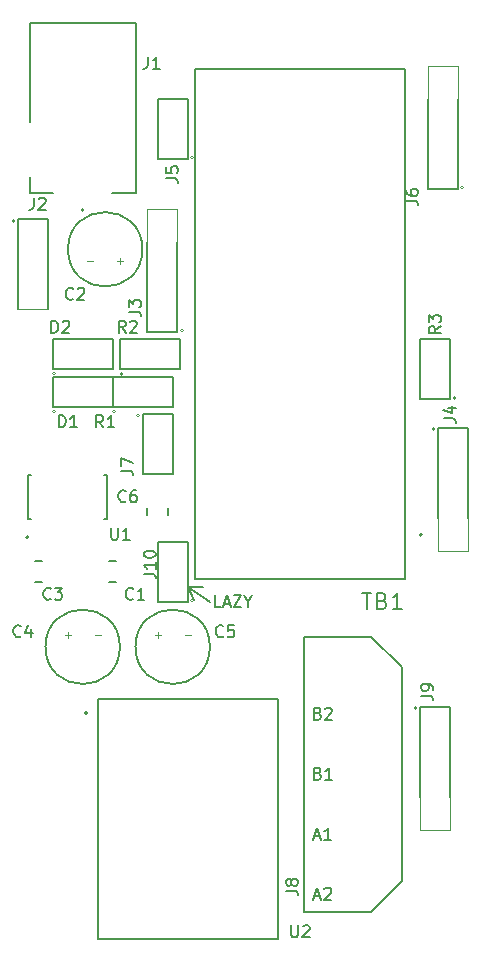
<source format=gbr>
%TF.GenerationSoftware,KiCad,Pcbnew,6.0.0*%
%TF.CreationDate,2022-01-29T03:06:04+03:00*%
%TF.ProjectId,pump,70756d70-2e6b-4696-9361-645f70636258,rev?*%
%TF.SameCoordinates,Original*%
%TF.FileFunction,Legend,Top*%
%TF.FilePolarity,Positive*%
%FSLAX46Y46*%
G04 Gerber Fmt 4.6, Leading zero omitted, Abs format (unit mm)*
G04 Created by KiCad (PCBNEW 6.0.0) date 2022-01-29 03:06:04*
%MOMM*%
%LPD*%
G01*
G04 APERTURE LIST*
%ADD10C,0.150000*%
%ADD11C,0.127000*%
%ADD12C,0.120000*%
%ADD13C,0.200000*%
G04 APERTURE END LIST*
D10*
X118030714Y-104306666D02*
X118506904Y-104306666D01*
X117935476Y-104592380D02*
X118268809Y-103592380D01*
X118602142Y-104592380D01*
X118887857Y-103687619D02*
X118935476Y-103640000D01*
X119030714Y-103592380D01*
X119268809Y-103592380D01*
X119364047Y-103640000D01*
X119411666Y-103687619D01*
X119459285Y-103782857D01*
X119459285Y-103878095D01*
X119411666Y-104020952D01*
X118840238Y-104592380D01*
X119459285Y-104592380D01*
X118030714Y-99226666D02*
X118506904Y-99226666D01*
X117935476Y-99512380D02*
X118268809Y-98512380D01*
X118602142Y-99512380D01*
X119459285Y-99512380D02*
X118887857Y-99512380D01*
X119173571Y-99512380D02*
X119173571Y-98512380D01*
X119078333Y-98655238D01*
X118983095Y-98750476D01*
X118887857Y-98798095D01*
X118340238Y-93908571D02*
X118483095Y-93956190D01*
X118530714Y-94003809D01*
X118578333Y-94099047D01*
X118578333Y-94241904D01*
X118530714Y-94337142D01*
X118483095Y-94384761D01*
X118387857Y-94432380D01*
X118006904Y-94432380D01*
X118006904Y-93432380D01*
X118340238Y-93432380D01*
X118435476Y-93480000D01*
X118483095Y-93527619D01*
X118530714Y-93622857D01*
X118530714Y-93718095D01*
X118483095Y-93813333D01*
X118435476Y-93860952D01*
X118340238Y-93908571D01*
X118006904Y-93908571D01*
X119530714Y-94432380D02*
X118959285Y-94432380D01*
X119245000Y-94432380D02*
X119245000Y-93432380D01*
X119149761Y-93575238D01*
X119054523Y-93670476D01*
X118959285Y-93718095D01*
X118340238Y-88828571D02*
X118483095Y-88876190D01*
X118530714Y-88923809D01*
X118578333Y-89019047D01*
X118578333Y-89161904D01*
X118530714Y-89257142D01*
X118483095Y-89304761D01*
X118387857Y-89352380D01*
X118006904Y-89352380D01*
X118006904Y-88352380D01*
X118340238Y-88352380D01*
X118435476Y-88400000D01*
X118483095Y-88447619D01*
X118530714Y-88542857D01*
X118530714Y-88638095D01*
X118483095Y-88733333D01*
X118435476Y-88780952D01*
X118340238Y-88828571D01*
X118006904Y-88828571D01*
X118959285Y-88447619D02*
X119006904Y-88400000D01*
X119102142Y-88352380D01*
X119340238Y-88352380D01*
X119435476Y-88400000D01*
X119483095Y-88447619D01*
X119530714Y-88542857D01*
X119530714Y-88638095D01*
X119483095Y-88780952D01*
X118911666Y-89352380D01*
X119530714Y-89352380D01*
X107315000Y-78105000D02*
X107823000Y-79248000D01*
X107315000Y-78105000D02*
X108585000Y-78105000D01*
X109220000Y-79375000D02*
X107315000Y-78105000D01*
X110101190Y-79827380D02*
X109625000Y-79827380D01*
X109625000Y-78827380D01*
X110386904Y-79541666D02*
X110863095Y-79541666D01*
X110291666Y-79827380D02*
X110625000Y-78827380D01*
X110958333Y-79827380D01*
X111196428Y-78827380D02*
X111863095Y-78827380D01*
X111196428Y-79827380D01*
X111863095Y-79827380D01*
X112434523Y-79351190D02*
X112434523Y-79827380D01*
X112101190Y-78827380D02*
X112434523Y-79351190D01*
X112767857Y-78827380D01*
%TO.C,J10*%
X103592380Y-77009523D02*
X104306666Y-77009523D01*
X104449523Y-77057142D01*
X104544761Y-77152380D01*
X104592380Y-77295238D01*
X104592380Y-77390476D01*
X104592380Y-76009523D02*
X104592380Y-76580952D01*
X104592380Y-76295238D02*
X103592380Y-76295238D01*
X103735238Y-76390476D01*
X103830476Y-76485714D01*
X103878095Y-76580952D01*
X103592380Y-75390476D02*
X103592380Y-75295238D01*
X103640000Y-75200000D01*
X103687619Y-75152380D01*
X103782857Y-75104761D01*
X103973333Y-75057142D01*
X104211428Y-75057142D01*
X104401904Y-75104761D01*
X104497142Y-75152380D01*
X104544761Y-75200000D01*
X104592380Y-75295238D01*
X104592380Y-75390476D01*
X104544761Y-75485714D01*
X104497142Y-75533333D01*
X104401904Y-75580952D01*
X104211428Y-75628571D01*
X103973333Y-75628571D01*
X103782857Y-75580952D01*
X103687619Y-75533333D01*
X103640000Y-75485714D01*
X103592380Y-75390476D01*
%TO.C,J1*%
X103933666Y-33234380D02*
X103933666Y-33948666D01*
X103886047Y-34091523D01*
X103790809Y-34186761D01*
X103647952Y-34234380D01*
X103552714Y-34234380D01*
X104933666Y-34234380D02*
X104362238Y-34234380D01*
X104647952Y-34234380D02*
X104647952Y-33234380D01*
X104552714Y-33377238D01*
X104457476Y-33472476D01*
X104362238Y-33520095D01*
%TO.C,R3*%
X128722380Y-56046666D02*
X128246190Y-56380000D01*
X128722380Y-56618095D02*
X127722380Y-56618095D01*
X127722380Y-56237142D01*
X127770000Y-56141904D01*
X127817619Y-56094285D01*
X127912857Y-56046666D01*
X128055714Y-56046666D01*
X128150952Y-56094285D01*
X128198571Y-56141904D01*
X128246190Y-56237142D01*
X128246190Y-56618095D01*
X127722380Y-55713333D02*
X127722380Y-55094285D01*
X128103333Y-55427619D01*
X128103333Y-55284761D01*
X128150952Y-55189523D01*
X128198571Y-55141904D01*
X128293809Y-55094285D01*
X128531904Y-55094285D01*
X128627142Y-55141904D01*
X128674761Y-55189523D01*
X128722380Y-55284761D01*
X128722380Y-55570476D01*
X128674761Y-55665714D01*
X128627142Y-55713333D01*
%TO.C,R2*%
X102068333Y-56586380D02*
X101735000Y-56110190D01*
X101496904Y-56586380D02*
X101496904Y-55586380D01*
X101877857Y-55586380D01*
X101973095Y-55634000D01*
X102020714Y-55681619D01*
X102068333Y-55776857D01*
X102068333Y-55919714D01*
X102020714Y-56014952D01*
X101973095Y-56062571D01*
X101877857Y-56110190D01*
X101496904Y-56110190D01*
X102449285Y-55681619D02*
X102496904Y-55634000D01*
X102592142Y-55586380D01*
X102830238Y-55586380D01*
X102925476Y-55634000D01*
X102973095Y-55681619D01*
X103020714Y-55776857D01*
X103020714Y-55872095D01*
X102973095Y-56014952D01*
X102401666Y-56586380D01*
X103020714Y-56586380D01*
%TO.C,R1*%
X100163333Y-64587380D02*
X99830000Y-64111190D01*
X99591904Y-64587380D02*
X99591904Y-63587380D01*
X99972857Y-63587380D01*
X100068095Y-63635000D01*
X100115714Y-63682619D01*
X100163333Y-63777857D01*
X100163333Y-63920714D01*
X100115714Y-64015952D01*
X100068095Y-64063571D01*
X99972857Y-64111190D01*
X99591904Y-64111190D01*
X101115714Y-64587380D02*
X100544285Y-64587380D01*
X100830000Y-64587380D02*
X100830000Y-63587380D01*
X100734761Y-63730238D01*
X100639523Y-63825476D01*
X100544285Y-63873095D01*
%TO.C,D2*%
X95781904Y-56586380D02*
X95781904Y-55586380D01*
X96020000Y-55586380D01*
X96162857Y-55634000D01*
X96258095Y-55729238D01*
X96305714Y-55824476D01*
X96353333Y-56014952D01*
X96353333Y-56157809D01*
X96305714Y-56348285D01*
X96258095Y-56443523D01*
X96162857Y-56538761D01*
X96020000Y-56586380D01*
X95781904Y-56586380D01*
X96734285Y-55681619D02*
X96781904Y-55634000D01*
X96877142Y-55586380D01*
X97115238Y-55586380D01*
X97210476Y-55634000D01*
X97258095Y-55681619D01*
X97305714Y-55776857D01*
X97305714Y-55872095D01*
X97258095Y-56014952D01*
X96686666Y-56586380D01*
X97305714Y-56586380D01*
%TO.C,D1*%
X96416904Y-64587380D02*
X96416904Y-63587380D01*
X96655000Y-63587380D01*
X96797857Y-63635000D01*
X96893095Y-63730238D01*
X96940714Y-63825476D01*
X96988333Y-64015952D01*
X96988333Y-64158809D01*
X96940714Y-64349285D01*
X96893095Y-64444523D01*
X96797857Y-64539761D01*
X96655000Y-64587380D01*
X96416904Y-64587380D01*
X97940714Y-64587380D02*
X97369285Y-64587380D01*
X97655000Y-64587380D02*
X97655000Y-63587380D01*
X97559761Y-63730238D01*
X97464523Y-63825476D01*
X97369285Y-63873095D01*
%TO.C,U2*%
X116078095Y-106767380D02*
X116078095Y-107576904D01*
X116125714Y-107672142D01*
X116173333Y-107719761D01*
X116268571Y-107767380D01*
X116459047Y-107767380D01*
X116554285Y-107719761D01*
X116601904Y-107672142D01*
X116649523Y-107576904D01*
X116649523Y-106767380D01*
X117078095Y-106862619D02*
X117125714Y-106815000D01*
X117220952Y-106767380D01*
X117459047Y-106767380D01*
X117554285Y-106815000D01*
X117601904Y-106862619D01*
X117649523Y-106957857D01*
X117649523Y-107053095D01*
X117601904Y-107195952D01*
X117030476Y-107767380D01*
X117649523Y-107767380D01*
%TO.C,U1*%
X100838095Y-73112380D02*
X100838095Y-73921904D01*
X100885714Y-74017142D01*
X100933333Y-74064761D01*
X101028571Y-74112380D01*
X101219047Y-74112380D01*
X101314285Y-74064761D01*
X101361904Y-74017142D01*
X101409523Y-73921904D01*
X101409523Y-73112380D01*
X102409523Y-74112380D02*
X101838095Y-74112380D01*
X102123809Y-74112380D02*
X102123809Y-73112380D01*
X102028571Y-73255238D01*
X101933333Y-73350476D01*
X101838095Y-73398095D01*
%TO.C,TB1*%
X122058333Y-78608333D02*
X122858333Y-78608333D01*
X122458333Y-80008333D02*
X122458333Y-78608333D01*
X123791666Y-79275000D02*
X123991666Y-79341666D01*
X124058333Y-79408333D01*
X124125000Y-79541666D01*
X124125000Y-79741666D01*
X124058333Y-79875000D01*
X123991666Y-79941666D01*
X123858333Y-80008333D01*
X123325000Y-80008333D01*
X123325000Y-78608333D01*
X123791666Y-78608333D01*
X123925000Y-78675000D01*
X123991666Y-78741666D01*
X124058333Y-78875000D01*
X124058333Y-79008333D01*
X123991666Y-79141666D01*
X123925000Y-79208333D01*
X123791666Y-79275000D01*
X123325000Y-79275000D01*
X125458333Y-80008333D02*
X124658333Y-80008333D01*
X125058333Y-80008333D02*
X125058333Y-78608333D01*
X124925000Y-78808333D01*
X124791666Y-78941666D01*
X124658333Y-79008333D01*
%TO.C,J9*%
X127087380Y-87328333D02*
X127801666Y-87328333D01*
X127944523Y-87375952D01*
X128039761Y-87471190D01*
X128087380Y-87614047D01*
X128087380Y-87709285D01*
X128087380Y-86804523D02*
X128087380Y-86614047D01*
X128039761Y-86518809D01*
X127992142Y-86471190D01*
X127849285Y-86375952D01*
X127658809Y-86328333D01*
X127277857Y-86328333D01*
X127182619Y-86375952D01*
X127135000Y-86423571D01*
X127087380Y-86518809D01*
X127087380Y-86709285D01*
X127135000Y-86804523D01*
X127182619Y-86852142D01*
X127277857Y-86899761D01*
X127515952Y-86899761D01*
X127611190Y-86852142D01*
X127658809Y-86804523D01*
X127706428Y-86709285D01*
X127706428Y-86518809D01*
X127658809Y-86423571D01*
X127611190Y-86375952D01*
X127515952Y-86328333D01*
%TO.C,J8*%
X115657380Y-103838333D02*
X116371666Y-103838333D01*
X116514523Y-103885952D01*
X116609761Y-103981190D01*
X116657380Y-104124047D01*
X116657380Y-104219285D01*
X116085952Y-103219285D02*
X116038333Y-103314523D01*
X115990714Y-103362142D01*
X115895476Y-103409761D01*
X115847857Y-103409761D01*
X115752619Y-103362142D01*
X115705000Y-103314523D01*
X115657380Y-103219285D01*
X115657380Y-103028809D01*
X115705000Y-102933571D01*
X115752619Y-102885952D01*
X115847857Y-102838333D01*
X115895476Y-102838333D01*
X115990714Y-102885952D01*
X116038333Y-102933571D01*
X116085952Y-103028809D01*
X116085952Y-103219285D01*
X116133571Y-103314523D01*
X116181190Y-103362142D01*
X116276428Y-103409761D01*
X116466904Y-103409761D01*
X116562142Y-103362142D01*
X116609761Y-103314523D01*
X116657380Y-103219285D01*
X116657380Y-103028809D01*
X116609761Y-102933571D01*
X116562142Y-102885952D01*
X116466904Y-102838333D01*
X116276428Y-102838333D01*
X116181190Y-102885952D01*
X116133571Y-102933571D01*
X116085952Y-103028809D01*
%TO.C,J7*%
X101687380Y-68278333D02*
X102401666Y-68278333D01*
X102544523Y-68325952D01*
X102639761Y-68421190D01*
X102687380Y-68564047D01*
X102687380Y-68659285D01*
X101687380Y-67897380D02*
X101687380Y-67230714D01*
X102687380Y-67659285D01*
%TO.C,J6*%
X125817380Y-45418333D02*
X126531666Y-45418333D01*
X126674523Y-45465952D01*
X126769761Y-45561190D01*
X126817380Y-45704047D01*
X126817380Y-45799285D01*
X125817380Y-44513571D02*
X125817380Y-44704047D01*
X125865000Y-44799285D01*
X125912619Y-44846904D01*
X126055476Y-44942142D01*
X126245952Y-44989761D01*
X126626904Y-44989761D01*
X126722142Y-44942142D01*
X126769761Y-44894523D01*
X126817380Y-44799285D01*
X126817380Y-44608809D01*
X126769761Y-44513571D01*
X126722142Y-44465952D01*
X126626904Y-44418333D01*
X126388809Y-44418333D01*
X126293571Y-44465952D01*
X126245952Y-44513571D01*
X126198333Y-44608809D01*
X126198333Y-44799285D01*
X126245952Y-44894523D01*
X126293571Y-44942142D01*
X126388809Y-44989761D01*
%TO.C,J5*%
X105497380Y-43513333D02*
X106211666Y-43513333D01*
X106354523Y-43560952D01*
X106449761Y-43656190D01*
X106497380Y-43799047D01*
X106497380Y-43894285D01*
X105497380Y-42560952D02*
X105497380Y-43037142D01*
X105973571Y-43084761D01*
X105925952Y-43037142D01*
X105878333Y-42941904D01*
X105878333Y-42703809D01*
X105925952Y-42608571D01*
X105973571Y-42560952D01*
X106068809Y-42513333D01*
X106306904Y-42513333D01*
X106402142Y-42560952D01*
X106449761Y-42608571D01*
X106497380Y-42703809D01*
X106497380Y-42941904D01*
X106449761Y-43037142D01*
X106402142Y-43084761D01*
%TO.C,J4*%
X128992380Y-63833333D02*
X129706666Y-63833333D01*
X129849523Y-63880952D01*
X129944761Y-63976190D01*
X129992380Y-64119047D01*
X129992380Y-64214285D01*
X129325714Y-62928571D02*
X129992380Y-62928571D01*
X128944761Y-63166666D02*
X129659047Y-63404761D01*
X129659047Y-62785714D01*
%TO.C,J3*%
X102324130Y-54816333D02*
X103038416Y-54816333D01*
X103181273Y-54863952D01*
X103276511Y-54959190D01*
X103324130Y-55102047D01*
X103324130Y-55197285D01*
X102324130Y-54435380D02*
X102324130Y-53816333D01*
X102705083Y-54149666D01*
X102705083Y-54006809D01*
X102752702Y-53911571D01*
X102800321Y-53863952D01*
X102895559Y-53816333D01*
X103133654Y-53816333D01*
X103228892Y-53863952D01*
X103276511Y-53911571D01*
X103324130Y-54006809D01*
X103324130Y-54292523D01*
X103276511Y-54387761D01*
X103228892Y-54435380D01*
%TO.C,J2*%
X94281666Y-45172380D02*
X94281666Y-45886666D01*
X94234047Y-46029523D01*
X94138809Y-46124761D01*
X93995952Y-46172380D01*
X93900714Y-46172380D01*
X94710238Y-45267619D02*
X94757857Y-45220000D01*
X94853095Y-45172380D01*
X95091190Y-45172380D01*
X95186428Y-45220000D01*
X95234047Y-45267619D01*
X95281666Y-45362857D01*
X95281666Y-45458095D01*
X95234047Y-45600952D01*
X94662619Y-46172380D01*
X95281666Y-46172380D01*
%TO.C,C6*%
X102068333Y-70842142D02*
X102020714Y-70889761D01*
X101877857Y-70937380D01*
X101782619Y-70937380D01*
X101639761Y-70889761D01*
X101544523Y-70794523D01*
X101496904Y-70699285D01*
X101449285Y-70508809D01*
X101449285Y-70365952D01*
X101496904Y-70175476D01*
X101544523Y-70080238D01*
X101639761Y-69985000D01*
X101782619Y-69937380D01*
X101877857Y-69937380D01*
X102020714Y-69985000D01*
X102068333Y-70032619D01*
X102925476Y-69937380D02*
X102735000Y-69937380D01*
X102639761Y-69985000D01*
X102592142Y-70032619D01*
X102496904Y-70175476D01*
X102449285Y-70365952D01*
X102449285Y-70746904D01*
X102496904Y-70842142D01*
X102544523Y-70889761D01*
X102639761Y-70937380D01*
X102830238Y-70937380D01*
X102925476Y-70889761D01*
X102973095Y-70842142D01*
X103020714Y-70746904D01*
X103020714Y-70508809D01*
X102973095Y-70413571D01*
X102925476Y-70365952D01*
X102830238Y-70318333D01*
X102639761Y-70318333D01*
X102544523Y-70365952D01*
X102496904Y-70413571D01*
X102449285Y-70508809D01*
%TO.C,C5*%
X110323333Y-82272142D02*
X110275714Y-82319761D01*
X110132857Y-82367380D01*
X110037619Y-82367380D01*
X109894761Y-82319761D01*
X109799523Y-82224523D01*
X109751904Y-82129285D01*
X109704285Y-81938809D01*
X109704285Y-81795952D01*
X109751904Y-81605476D01*
X109799523Y-81510238D01*
X109894761Y-81415000D01*
X110037619Y-81367380D01*
X110132857Y-81367380D01*
X110275714Y-81415000D01*
X110323333Y-81462619D01*
X111228095Y-81367380D02*
X110751904Y-81367380D01*
X110704285Y-81843571D01*
X110751904Y-81795952D01*
X110847142Y-81748333D01*
X111085238Y-81748333D01*
X111180476Y-81795952D01*
X111228095Y-81843571D01*
X111275714Y-81938809D01*
X111275714Y-82176904D01*
X111228095Y-82272142D01*
X111180476Y-82319761D01*
X111085238Y-82367380D01*
X110847142Y-82367380D01*
X110751904Y-82319761D01*
X110704285Y-82272142D01*
%TO.C,C4*%
X93178333Y-82272142D02*
X93130714Y-82319761D01*
X92987857Y-82367380D01*
X92892619Y-82367380D01*
X92749761Y-82319761D01*
X92654523Y-82224523D01*
X92606904Y-82129285D01*
X92559285Y-81938809D01*
X92559285Y-81795952D01*
X92606904Y-81605476D01*
X92654523Y-81510238D01*
X92749761Y-81415000D01*
X92892619Y-81367380D01*
X92987857Y-81367380D01*
X93130714Y-81415000D01*
X93178333Y-81462619D01*
X94035476Y-81700714D02*
X94035476Y-82367380D01*
X93797380Y-81319761D02*
X93559285Y-82034047D01*
X94178333Y-82034047D01*
%TO.C,C3*%
X95718333Y-79097142D02*
X95670714Y-79144761D01*
X95527857Y-79192380D01*
X95432619Y-79192380D01*
X95289761Y-79144761D01*
X95194523Y-79049523D01*
X95146904Y-78954285D01*
X95099285Y-78763809D01*
X95099285Y-78620952D01*
X95146904Y-78430476D01*
X95194523Y-78335238D01*
X95289761Y-78240000D01*
X95432619Y-78192380D01*
X95527857Y-78192380D01*
X95670714Y-78240000D01*
X95718333Y-78287619D01*
X96051666Y-78192380D02*
X96670714Y-78192380D01*
X96337380Y-78573333D01*
X96480238Y-78573333D01*
X96575476Y-78620952D01*
X96623095Y-78668571D01*
X96670714Y-78763809D01*
X96670714Y-79001904D01*
X96623095Y-79097142D01*
X96575476Y-79144761D01*
X96480238Y-79192380D01*
X96194523Y-79192380D01*
X96099285Y-79144761D01*
X96051666Y-79097142D01*
%TO.C,C2*%
X97623333Y-53697142D02*
X97575714Y-53744761D01*
X97432857Y-53792380D01*
X97337619Y-53792380D01*
X97194761Y-53744761D01*
X97099523Y-53649523D01*
X97051904Y-53554285D01*
X97004285Y-53363809D01*
X97004285Y-53220952D01*
X97051904Y-53030476D01*
X97099523Y-52935238D01*
X97194761Y-52840000D01*
X97337619Y-52792380D01*
X97432857Y-52792380D01*
X97575714Y-52840000D01*
X97623333Y-52887619D01*
X98004285Y-52887619D02*
X98051904Y-52840000D01*
X98147142Y-52792380D01*
X98385238Y-52792380D01*
X98480476Y-52840000D01*
X98528095Y-52887619D01*
X98575714Y-52982857D01*
X98575714Y-53078095D01*
X98528095Y-53220952D01*
X97956666Y-53792380D01*
X98575714Y-53792380D01*
%TO.C,C1*%
X102703333Y-79097142D02*
X102655714Y-79144761D01*
X102512857Y-79192380D01*
X102417619Y-79192380D01*
X102274761Y-79144761D01*
X102179523Y-79049523D01*
X102131904Y-78954285D01*
X102084285Y-78763809D01*
X102084285Y-78620952D01*
X102131904Y-78430476D01*
X102179523Y-78335238D01*
X102274761Y-78240000D01*
X102417619Y-78192380D01*
X102512857Y-78192380D01*
X102655714Y-78240000D01*
X102703333Y-78287619D01*
X103655714Y-79192380D02*
X103084285Y-79192380D01*
X103370000Y-79192380D02*
X103370000Y-78192380D01*
X103274761Y-78335238D01*
X103179523Y-78430476D01*
X103084285Y-78478095D01*
D11*
%TO.C,J10*%
X104775000Y-74295000D02*
X107315000Y-74295000D01*
X104775000Y-79375000D02*
X107315000Y-79375000D01*
X104775000Y-79375000D02*
X104775000Y-74295000D01*
X107315000Y-79375000D02*
X107315000Y-74295000D01*
D12*
X107823000Y-79248000D02*
G75*
G03*
X107823000Y-79248000I-127000J0D01*
G01*
D13*
%TO.C,J1*%
X98525000Y-46200000D02*
G75*
G03*
X98525000Y-46200000I-100000J0D01*
G01*
D11*
X102925000Y-44800000D02*
X100945000Y-44800000D01*
X93925000Y-38780000D02*
X93925000Y-30400000D01*
X93925000Y-30400000D02*
X102925000Y-30400000D01*
X93925000Y-44800000D02*
X93925000Y-43420000D01*
X93925000Y-44800000D02*
X95905000Y-44800000D01*
X102925000Y-30400000D02*
X102925000Y-44800000D01*
%TO.C,R3*%
X127000000Y-57150000D02*
X129540000Y-57150000D01*
X127000000Y-62230000D02*
X129540000Y-62230000D01*
X127000000Y-62230000D02*
X127000000Y-57150000D01*
X129540000Y-62230000D02*
X129540000Y-57150000D01*
D12*
X130048000Y-62103000D02*
G75*
G03*
X130048000Y-62103000I-127000J0D01*
G01*
D11*
%TO.C,R2*%
X106680000Y-57150000D02*
X106680000Y-59690000D01*
X101600000Y-57150000D02*
X101600000Y-59690000D01*
X101600000Y-57150000D02*
X106680000Y-57150000D01*
X101600000Y-59690000D02*
X106680000Y-59690000D01*
D12*
X101854000Y-60071000D02*
G75*
G03*
X101854000Y-60071000I-127000J0D01*
G01*
D11*
%TO.C,R1*%
X106045000Y-60325000D02*
X106045000Y-62865000D01*
X100965000Y-60325000D02*
X100965000Y-62865000D01*
X100965000Y-60325000D02*
X106045000Y-60325000D01*
X100965000Y-62865000D02*
X106045000Y-62865000D01*
D12*
X101219000Y-63246000D02*
G75*
G03*
X101219000Y-63246000I-127000J0D01*
G01*
D11*
%TO.C,D2*%
X100965000Y-57150000D02*
X100965000Y-59690000D01*
X95885000Y-57150000D02*
X95885000Y-59690000D01*
X95885000Y-57150000D02*
X100965000Y-57150000D01*
X95885000Y-59690000D02*
X100965000Y-59690000D01*
D12*
X96139000Y-60071000D02*
G75*
G03*
X96139000Y-60071000I-127000J0D01*
G01*
D11*
%TO.C,D1*%
X100965000Y-60325000D02*
X100965000Y-62865000D01*
X95885000Y-60325000D02*
X95885000Y-62865000D01*
X95885000Y-60325000D02*
X100965000Y-60325000D01*
X95885000Y-62865000D02*
X100965000Y-62865000D01*
D12*
X96139000Y-63246000D02*
G75*
G03*
X96139000Y-63246000I-127000J0D01*
G01*
D11*
%TO.C,U2*%
X99695000Y-87630000D02*
X114935000Y-87630000D01*
X114935000Y-107950000D02*
X99695000Y-107950000D01*
X114935000Y-87630000D02*
X114935000Y-107950000D01*
X99695000Y-107950000D02*
X99695000Y-87630000D01*
D13*
X98815000Y-88790000D02*
G75*
G03*
X98815000Y-88790000I-100000J0D01*
G01*
D11*
%TO.C,U1*%
X93795000Y-72345000D02*
X93795000Y-68625000D01*
X94055000Y-68625000D02*
X93795000Y-68625000D01*
X100515000Y-68625000D02*
X100255000Y-68625000D01*
X100265000Y-72345000D02*
X100515000Y-72345000D01*
X93795000Y-72345000D02*
X94055000Y-72345000D01*
X100515000Y-72345000D02*
X100515000Y-68625000D01*
D13*
X93826000Y-73914000D02*
G75*
G03*
X93826000Y-73914000I-100000J0D01*
G01*
D11*
%TO.C,TB1*%
X107950000Y-77470000D02*
X107950000Y-34290000D01*
X125730000Y-77470000D02*
X107950000Y-77470000D01*
X107950000Y-34290000D02*
X125730000Y-34290000D01*
X125730000Y-34290000D02*
X125730000Y-77470000D01*
D13*
X127140000Y-73680000D02*
G75*
G03*
X127140000Y-73680000I-100000J0D01*
G01*
D11*
%TO.C,J9*%
X129540000Y-93345000D02*
X129540000Y-95885000D01*
D12*
X129540000Y-98679000D02*
X129540000Y-95885000D01*
D11*
X129540000Y-88265000D02*
X127000000Y-88265000D01*
X127000000Y-93345000D02*
X127000000Y-95885000D01*
D12*
X127000000Y-95885000D02*
X127000000Y-98679000D01*
D11*
X127000000Y-88265000D02*
X127000000Y-93345000D01*
D12*
X127000000Y-98679000D02*
X129540000Y-98679000D01*
D11*
X129540000Y-88265000D02*
X129540000Y-93345000D01*
D12*
X126746000Y-88392000D02*
G75*
G03*
X126746000Y-88392000I-127000J0D01*
G01*
D11*
%TO.C,J8*%
X117145000Y-82350000D02*
X122855000Y-82350000D01*
X125425000Y-103040000D02*
X122855000Y-105610000D01*
X122855000Y-82350000D02*
X125425000Y-84920000D01*
X125425000Y-84920000D02*
X125425000Y-103040000D01*
X122855000Y-105610000D02*
X117145000Y-105610000D01*
X117145000Y-105610000D02*
X117145000Y-82350000D01*
%TO.C,J7*%
X106045000Y-68580000D02*
X103505000Y-68580000D01*
X106045000Y-63500000D02*
X103505000Y-63500000D01*
X106045000Y-63500000D02*
X106045000Y-68580000D01*
X103505000Y-63500000D02*
X103505000Y-68580000D01*
D12*
X103251000Y-63627000D02*
G75*
G03*
X103251000Y-63627000I-127000J0D01*
G01*
D11*
%TO.C,J6*%
X127635000Y-39370000D02*
X127635000Y-36830000D01*
D12*
X127635000Y-34036000D02*
X127635000Y-36830000D01*
D11*
X127635000Y-44450000D02*
X130175000Y-44450000D01*
X130175000Y-39370000D02*
X130175000Y-36830000D01*
D12*
X130175000Y-36830000D02*
X130175000Y-34036000D01*
D11*
X130175000Y-44450000D02*
X130175000Y-39370000D01*
D12*
X130175000Y-34036000D02*
X127635000Y-34036000D01*
D11*
X127635000Y-44450000D02*
X127635000Y-39370000D01*
D12*
X130683000Y-44323000D02*
G75*
G03*
X130683000Y-44323000I-127000J0D01*
G01*
D11*
%TO.C,J5*%
X104775000Y-36830000D02*
X107315000Y-36830000D01*
X104775000Y-41910000D02*
X107315000Y-41910000D01*
X104775000Y-41910000D02*
X104775000Y-36830000D01*
X107315000Y-41910000D02*
X107315000Y-36830000D01*
D12*
X107823000Y-41783000D02*
G75*
G03*
X107823000Y-41783000I-127000J0D01*
G01*
D11*
%TO.C,J4*%
X131062250Y-69724750D02*
X131062250Y-72264750D01*
D12*
X131062250Y-75058750D02*
X131062250Y-72264750D01*
D11*
X131062250Y-64644750D02*
X128522250Y-64644750D01*
X128522250Y-69724750D02*
X128522250Y-72264750D01*
D12*
X128522250Y-72264750D02*
X128522250Y-75058750D01*
D11*
X128522250Y-64644750D02*
X128522250Y-69724750D01*
D12*
X128522250Y-75058750D02*
X131062250Y-75058750D01*
D11*
X131062250Y-64644750D02*
X131062250Y-69724750D01*
D12*
X128268250Y-64771750D02*
G75*
G03*
X128268250Y-64771750I-127000J0D01*
G01*
D11*
%TO.C,J3*%
X103887750Y-51435000D02*
X103887750Y-48895000D01*
D12*
X103887750Y-46101000D02*
X103887750Y-48895000D01*
D11*
X103887750Y-56515000D02*
X106427750Y-56515000D01*
X106427750Y-51435000D02*
X106427750Y-48895000D01*
D12*
X106427750Y-48895000D02*
X106427750Y-46101000D01*
D11*
X106427750Y-56515000D02*
X106427750Y-51435000D01*
D12*
X106427750Y-46101000D02*
X103887750Y-46101000D01*
D11*
X103887750Y-56515000D02*
X103887750Y-51435000D01*
D12*
X106935750Y-56388000D02*
G75*
G03*
X106935750Y-56388000I-127000J0D01*
G01*
D11*
%TO.C,J2*%
X92962250Y-46990000D02*
X92962250Y-52070000D01*
X95502250Y-46990000D02*
X92962250Y-46990000D01*
X92962250Y-52070000D02*
X92962250Y-54610000D01*
X95502250Y-52070000D02*
X95502250Y-54610000D01*
D12*
X95502250Y-54610000D02*
X92962250Y-54610000D01*
D11*
X95502250Y-46990000D02*
X95502250Y-52070000D01*
D12*
X92708250Y-47117000D02*
G75*
G03*
X92708250Y-47117000I-127000J0D01*
G01*
D11*
%TO.C,C6*%
X105675000Y-71465000D02*
X105675000Y-72045000D01*
X103875000Y-71465000D02*
X103875000Y-72045000D01*
D12*
%TO.C,C5*%
X104775000Y-82423000D02*
X104775000Y-81915000D01*
X107569000Y-82169000D02*
X107061000Y-82169000D01*
X105029000Y-82169000D02*
X104521000Y-82169000D01*
D11*
X109195000Y-83185000D02*
G75*
G03*
X109195000Y-83185000I-3150000J0D01*
G01*
D12*
%TO.C,C4*%
X97155000Y-82423000D02*
X97155000Y-81915000D01*
X99949000Y-82169000D02*
X99441000Y-82169000D01*
X97409000Y-82169000D02*
X96901000Y-82169000D01*
D11*
X101575000Y-83185000D02*
G75*
G03*
X101575000Y-83185000I-3150000J0D01*
G01*
%TO.C,C3*%
X94971000Y-77735000D02*
X94391000Y-77735000D01*
X94971000Y-75935000D02*
X94391000Y-75935000D01*
D12*
%TO.C,C2*%
X101600000Y-50292000D02*
X101600000Y-50800000D01*
X98806000Y-50546000D02*
X99314000Y-50546000D01*
X101346000Y-50546000D02*
X101854000Y-50546000D01*
D11*
X103480000Y-49530000D02*
G75*
G03*
X103480000Y-49530000I-3150000J0D01*
G01*
%TO.C,C1*%
X100675000Y-75935000D02*
X101255000Y-75935000D01*
X100675000Y-77735000D02*
X101255000Y-77735000D01*
%TD*%
M02*

</source>
